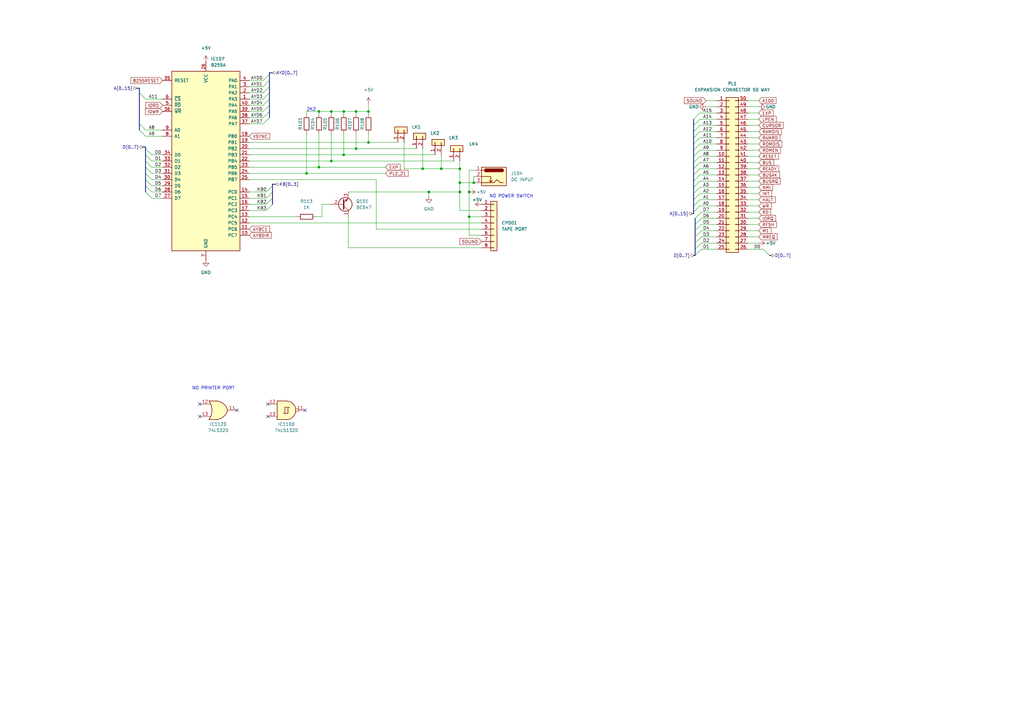
<source format=kicad_sch>
(kicad_sch (version 20211123) (generator eeschema)
  (paper "A3")
  (lib_symbols
    (symbol "74xx:74LS132" (pin_names (offset 1.016))
      (property "Reference" "U" (at 0 1.27 0))
      (property "Value" "74LS132" (at 0 -1.27 0))
      (symbol "74LS132_1_1"
        (pin input line (at -7.62 2.54 0) (length 3.81) (name "~") (number "1"))
        (pin input line (at -7.62 -2.54 0) (length 3.81) (name "~") (number "2"))
        (pin output inverted (at 7.62 0 180) (length 3.81) (name "~") (number "3"))
      )
      (symbol "74LS132_1_2"
        (pin input inverted (at -7.62 2.54 0) (length 4.318) (name "~") (number "1"))
        (pin input inverted (at -7.62 -2.54 0) (length 4.318) (name "~") (number "2"))
        (pin output line (at 7.62 0 180) (length 3.81) (name "~") (number "3"))
      )
      (symbol "74LS132_2_1"
        (pin input line (at -7.62 2.54 0) (length 3.81) (name "~") (number "4"))
        (pin input line (at -7.62 -2.54 0) (length 3.81) (name "~") (number "5"))
        (pin output inverted (at 7.62 0 180) (length 3.81) (name "~") (number "6"))
      )
      (symbol "74LS132_2_2"
        (pin input inverted (at -7.62 2.54 0) (length 4.318) (name "~") (number "4"))
        (pin input inverted (at -7.62 -2.54 0) (length 4.318) (name "~") (number "5"))
        (pin output line (at 7.62 0 180) (length 3.81) (name "~") (number "6"))
      )
      (symbol "74LS132_3_1"
        (pin input line (at -7.62 -2.54 0) (length 3.81) (name "~") (number "10"))
        (pin output inverted (at 7.62 0 180) (length 3.81) (name "~") (number "8"))
        (pin input line (at -7.62 2.54 0) (length 3.81) (name "~") (number "9"))
      )
      (symbol "74LS132_3_2"
        (pin input inverted (at -7.62 -2.54 0) (length 4.318) (name "~") (number "10"))
        (pin output line (at 7.62 0 180) (length 3.81) (name "~") (number "8"))
        (pin input inverted (at -7.62 2.54 0) (length 4.318) (name "~") (number "9"))
      )
      (symbol "74LS132_4_1"
        (pin output inverted (at 7.62 0 180) (length 3.81) (name "~") (number "11"))
        (pin input line (at -7.62 2.54 0) (length 3.81) (name "~") (number "12"))
        (pin input line (at -7.62 -2.54 0) (length 3.81) (name "~") (number "13"))
      )
      (symbol "74LS132_4_2"
        (pin output line (at 7.62 0 180) (length 3.81) (name "~") (number "11"))
        (pin input inverted (at -7.62 2.54 0) (length 4.318) (name "~") (number "12"))
        (pin input inverted (at -7.62 -2.54 0) (length 4.318) (name "~") (number "13"))
      )
      (symbol "74LS132_5_0"
        (pin power_in line (at 0 12.7 270) (length 5.08) (name "VCC") (number "14"))
        (pin power_in line (at 0 -12.7 90) (length 5.08) (name "GND") (number "7"))
      )
    )
    (symbol "74xx:74LS32" (pin_names (offset 1.016))
      (property "Reference" "U" (at 0 1.27 0))
      (property "Value" "74LS32" (at 0 -1.27 0))
      (symbol "74LS32_1_1"
        (pin input line (at -7.62 2.54 0) (length 4.318) (name "~") (number "1"))
        (pin input line (at -7.62 -2.54 0) (length 4.318) (name "~") (number "2"))
        (pin output line (at 7.62 0 180) (length 3.81) (name "~") (number "3"))
      )
      (symbol "74LS32_1_2"
        (pin input inverted (at -7.62 2.54 0) (length 3.81) (name "~") (number "1"))
        (pin input inverted (at -7.62 -2.54 0) (length 3.81) (name "~") (number "2"))
        (pin output inverted (at 7.62 0 180) (length 3.81) (name "~") (number "3"))
      )
      (symbol "74LS32_2_1"
        (pin input line (at -7.62 2.54 0) (length 4.318) (name "~") (number "4"))
        (pin input line (at -7.62 -2.54 0) (length 4.318) (name "~") (number "5"))
        (pin output line (at 7.62 0 180) (length 3.81) (name "~") (number "6"))
      )
      (symbol "74LS32_2_2"
        (pin input inverted (at -7.62 2.54 0) (length 3.81) (name "~") (number "4"))
        (pin input inverted (at -7.62 -2.54 0) (length 3.81) (name "~") (number "5"))
        (pin output inverted (at 7.62 0 180) (length 3.81) (name "~") (number "6"))
      )
      (symbol "74LS32_3_1"
        (pin input line (at -7.62 -2.54 0) (length 4.318) (name "~") (number "10"))
        (pin output line (at 7.62 0 180) (length 3.81) (name "~") (number "8"))
        (pin input line (at -7.62 2.54 0) (length 4.318) (name "~") (number "9"))
      )
      (symbol "74LS32_3_2"
        (pin input inverted (at -7.62 -2.54 0) (length 3.81) (name "~") (number "10"))
        (pin output inverted (at 7.62 0 180) (length 3.81) (name "~") (number "8"))
        (pin input inverted (at -7.62 2.54 0) (length 3.81) (name "~") (number "9"))
      )
      (symbol "74LS32_4_1"
        (pin output line (at 7.62 0 180) (length 3.81) (name "~") (number "11"))
        (pin input line (at -7.62 2.54 0) (length 4.318) (name "~") (number "12"))
        (pin input line (at -7.62 -2.54 0) (length 4.318) (name "~") (number "13"))
      )
      (symbol "74LS32_4_2"
        (pin output inverted (at 7.62 0 180) (length 3.81) (name "~") (number "11"))
        (pin input inverted (at -7.62 2.54 0) (length 3.81) (name "~") (number "12"))
        (pin input inverted (at -7.62 -2.54 0) (length 3.81) (name "~") (number "13"))
      )
      (symbol "74LS32_5_0"
        (pin power_in line (at 0 12.7 270) (length 5.08) (name "VCC") (number "14"))
        (pin power_in line (at 0 -12.7 90) (length 5.08) (name "GND") (number "7"))
      )
    )
    (symbol "Connector:Barrel_Jack_Switch_Pin3Ring" (pin_names hide)
      (property "Reference" "J" (at 0 5.334 0))
      (property "Value" "Barrel_Jack_Switch_Pin3Ring" (at 0 -5.08 0))
      (symbol "Barrel_Jack_Switch_Pin3Ring_1_1"
        (pin passive line (at 7.62 2.54 180) (length 2.54) (name "~") (number "1"))
        (pin passive line (at 7.62 0 180) (length 2.54) (name "~") (number "2"))
        (pin passive line (at 7.62 -2.54 180) (length 2.54) (name "~") (number "3"))
      )
    )
    (symbol "Connector_Generic:Conn_01x02" (pin_names (offset 1.016) hide)
      (property "Reference" "J" (at 0 2.54 0))
      (property "Value" "Conn_01x02" (at 0 -5.08 0))
      (symbol "Conn_01x02_1_1"
        (pin passive line (at -5.08 0 0) (length 3.81) (name "Pin_1") (number "1"))
        (pin passive line (at -5.08 -2.54 0) (length 3.81) (name "Pin_2") (number "2"))
      )
    )
    (symbol "Connector_Generic:Conn_01x08" (pin_names (offset 1.016) hide)
      (property "Reference" "J" (at 0 10.16 0))
      (property "Value" "Conn_01x08" (at 0 -12.7 0))
      (symbol "Conn_01x08_1_1"
        (pin passive line (at -5.08 7.62 0) (length 3.81) (name "Pin_1") (number "1"))
        (pin passive line (at -5.08 5.08 0) (length 3.81) (name "Pin_2") (number "2"))
        (pin passive line (at -5.08 2.54 0) (length 3.81) (name "Pin_3") (number "3"))
        (pin passive line (at -5.08 0 0) (length 3.81) (name "Pin_4") (number "4"))
        (pin passive line (at -5.08 -2.54 0) (length 3.81) (name "Pin_5") (number "5"))
        (pin passive line (at -5.08 -5.08 0) (length 3.81) (name "Pin_6") (number "6"))
        (pin passive line (at -5.08 -7.62 0) (length 3.81) (name "Pin_7") (number "7"))
        (pin passive line (at -5.08 -10.16 0) (length 3.81) (name "Pin_8") (number "8"))
      )
    )
    (symbol "Connector_Generic:Conn_02x25_Counter_Clockwise" (pin_names (offset 1.016) hide)
      (property "Reference" "J" (at 1.27 33.02 0))
      (property "Value" "Conn_02x25_Counter_Clockwise" (at 1.27 -33.02 0))
      (symbol "Conn_02x25_Counter_Clockwise_1_1"
        (pin passive line (at -5.08 30.48 0) (length 3.81) (name "Pin_1") (number "1"))
        (pin passive line (at -5.08 7.62 0) (length 3.81) (name "Pin_10") (number "10"))
        (pin passive line (at -5.08 5.08 0) (length 3.81) (name "Pin_11") (number "11"))
        (pin passive line (at -5.08 2.54 0) (length 3.81) (name "Pin_12") (number "12"))
        (pin passive line (at -5.08 0 0) (length 3.81) (name "Pin_13") (number "13"))
        (pin passive line (at -5.08 -2.54 0) (length 3.81) (name "Pin_14") (number "14"))
        (pin passive line (at -5.08 -5.08 0) (length 3.81) (name "Pin_15") (number "15"))
        (pin passive line (at -5.08 -7.62 0) (length 3.81) (name "Pin_16") (number "16"))
        (pin passive line (at -5.08 -10.16 0) (length 3.81) (name "Pin_17") (number "17"))
        (pin passive line (at -5.08 -12.7 0) (length 3.81) (name "Pin_18") (number "18"))
        (pin passive line (at -5.08 -15.24 0) (length 3.81) (name "Pin_19") (number "19"))
        (pin passive line (at -5.08 27.94 0) (length 3.81) (name "Pin_2") (number "2"))
        (pin passive line (at -5.08 -17.78 0) (length 3.81) (name "Pin_20") (number "20"))
        (pin passive line (at -5.08 -20.32 0) (length 3.81) (name "Pin_21") (number "21"))
        (pin passive line (at -5.08 -22.86 0) (length 3.81) (name "Pin_22") (number "22"))
        (pin passive line (at -5.08 -25.4 0) (length 3.81) (name "Pin_23") (number "23"))
        (pin passive line (at -5.08 -27.94 0) (length 3.81) (name "Pin_24") (number "24"))
        (pin passive line (at -5.08 -30.48 0) (length 3.81) (name "Pin_25") (number "25"))
        (pin passive line (at 7.62 -30.48 180) (length 3.81) (name "Pin_26") (number "26"))
        (pin passive line (at 7.62 -27.94 180) (length 3.81) (name "Pin_27") (number "27"))
        (pin passive line (at 7.62 -25.4 180) (length 3.81) (name "Pin_28") (number "28"))
        (pin passive line (at 7.62 -22.86 180) (length 3.81) (name "Pin_29") (number "29"))
        (pin passive line (at -5.08 25.4 0) (length 3.81) (name "Pin_3") (number "3"))
        (pin passive line (at 7.62 -20.32 180) (length 3.81) (name "Pin_30") (number "30"))
        (pin passive line (at 7.62 -17.78 180) (length 3.81) (name "Pin_31") (number "31"))
        (pin passive line (at 7.62 -15.24 180) (length 3.81) (name "Pin_32") (number "32"))
        (pin passive line (at 7.62 -12.7 180) (length 3.81) (name "Pin_33") (number "33"))
        (pin passive line (at 7.62 -10.16 180) (length 3.81) (name "Pin_34") (number "34"))
        (pin passive line (at 7.62 -7.62 180) (length 3.81) (name "Pin_35") (number "35"))
        (pin passive line (at 7.62 -5.08 180) (length 3.81) (name "Pin_36") (number "36"))
        (pin passive line (at 7.62 -2.54 180) (length 3.81) (name "Pin_37") (number "37"))
        (pin passive line (at 7.62 0 180) (length 3.81) (name "Pin_38") (number "38"))
        (pin passive line (at 7.62 2.54 180) (length 3.81) (name "Pin_39") (number "39"))
        (pin passive line (at -5.08 22.86 0) (length 3.81) (name "Pin_4") (number "4"))
        (pin passive line (at 7.62 5.08 180) (length 3.81) (name "Pin_40") (number "40"))
        (pin passive line (at 7.62 7.62 180) (length 3.81) (name "Pin_41") (number "41"))
        (pin passive line (at 7.62 10.16 180) (length 3.81) (name "Pin_42") (number "42"))
        (pin passive line (at 7.62 12.7 180) (length 3.81) (name "Pin_43") (number "43"))
        (pin passive line (at 7.62 15.24 180) (length 3.81) (name "Pin_44") (number "44"))
        (pin passive line (at 7.62 17.78 180) (length 3.81) (name "Pin_45") (number "45"))
        (pin passive line (at 7.62 20.32 180) (length 3.81) (name "Pin_46") (number "46"))
        (pin passive line (at 7.62 22.86 180) (length 3.81) (name "Pin_47") (number "47"))
        (pin passive line (at 7.62 25.4 180) (length 3.81) (name "Pin_48") (number "48"))
        (pin passive line (at 7.62 27.94 180) (length 3.81) (name "Pin_49") (number "49"))
        (pin passive line (at -5.08 20.32 0) (length 3.81) (name "Pin_5") (number "5"))
        (pin passive line (at 7.62 30.48 180) (length 3.81) (name "Pin_50") (number "50"))
        (pin passive line (at -5.08 17.78 0) (length 3.81) (name "Pin_6") (number "6"))
        (pin passive line (at -5.08 15.24 0) (length 3.81) (name "Pin_7") (number "7"))
        (pin passive line (at -5.08 12.7 0) (length 3.81) (name "Pin_8") (number "8"))
        (pin passive line (at -5.08 10.16 0) (length 3.81) (name "Pin_9") (number "9"))
      )
    )
    (symbol "Device:R" (pin_numbers hide) (pin_names (offset 0))
      (property "Reference" "R" (at 2.032 0 90))
      (property "Value" "R" (at 0 0 90))
      (symbol "R_1_1"
        (pin passive line (at 0 3.81 270) (length 1.27) (name "~") (number "1"))
        (pin passive line (at 0 -3.81 90) (length 1.27) (name "~") (number "2"))
      )
    )
    (symbol "Interface:8255A" (pin_names (offset 1.016))
      (property "Reference" "U" (at -13.97 38.1 0))
      (property "Value" "8255A" (at 8.89 38.1 0))
      (symbol "8255A_1_1"
        (pin bidirectional line (at 17.78 25.4 180) (length 3.81) (name "PA3") (number "1"))
        (pin bidirectional line (at 17.78 -30.48 180) (length 3.81) (name "PC7") (number "10"))
        (pin bidirectional line (at 17.78 -27.94 180) (length 3.81) (name "PC6") (number "11"))
        (pin bidirectional line (at 17.78 -25.4 180) (length 3.81) (name "PC5") (number "12"))
        (pin bidirectional line (at 17.78 -22.86 180) (length 3.81) (name "PC4") (number "13"))
        (pin bidirectional line (at 17.78 -12.7 180) (length 3.81) (name "PC0") (number "14"))
        (pin bidirectional line (at 17.78 -15.24 180) (length 3.81) (name "PC1") (number "15"))
        (pin bidirectional line (at 17.78 -17.78 180) (length 3.81) (name "PC2") (number "16"))
        (pin bidirectional line (at 17.78 -20.32 180) (length 3.81) (name "PC3") (number "17"))
        (pin bidirectional line (at 17.78 10.16 180) (length 3.81) (name "PB0") (number "18"))
        (pin bidirectional line (at 17.78 7.62 180) (length 3.81) (name "PB1") (number "19"))
        (pin bidirectional line (at 17.78 27.94 180) (length 3.81) (name "PA2") (number "2"))
        (pin bidirectional line (at 17.78 5.08 180) (length 3.81) (name "PB2") (number "20"))
        (pin bidirectional line (at 17.78 2.54 180) (length 3.81) (name "PB3") (number "21"))
        (pin bidirectional line (at 17.78 0 180) (length 3.81) (name "PB4") (number "22"))
        (pin bidirectional line (at 17.78 -2.54 180) (length 3.81) (name "PB5") (number "23"))
        (pin bidirectional line (at 17.78 -5.08 180) (length 3.81) (name "PB6") (number "24"))
        (pin bidirectional line (at 17.78 -7.62 180) (length 3.81) (name "PB7") (number "25"))
        (pin power_in line (at 0 40.64 270) (length 3.81) (name "VCC") (number "26"))
        (pin bidirectional line (at -17.78 -15.24 0) (length 3.81) (name "D7") (number "27"))
        (pin bidirectional line (at -17.78 -12.7 0) (length 3.81) (name "D6") (number "28"))
        (pin bidirectional line (at -17.78 -10.16 0) (length 3.81) (name "D5") (number "29"))
        (pin bidirectional line (at 17.78 30.48 180) (length 3.81) (name "PA1") (number "3"))
        (pin bidirectional line (at -17.78 -7.62 0) (length 3.81) (name "D4") (number "30"))
        (pin bidirectional line (at -17.78 -5.08 0) (length 3.81) (name "D3") (number "31"))
        (pin bidirectional line (at -17.78 -2.54 0) (length 3.81) (name "D2") (number "32"))
        (pin bidirectional line (at -17.78 0 0) (length 3.81) (name "D1") (number "33"))
        (pin bidirectional line (at -17.78 2.54 0) (length 3.81) (name "D0") (number "34"))
        (pin input line (at -17.78 33.02 0) (length 3.81) (name "RESET") (number "35"))
        (pin input line (at -17.78 20.32 0) (length 3.81) (name "~{WR}") (number "36"))
        (pin bidirectional line (at 17.78 15.24 180) (length 3.81) (name "PA7") (number "37"))
        (pin bidirectional line (at 17.78 17.78 180) (length 3.81) (name "PA6") (number "38"))
        (pin bidirectional line (at 17.78 20.32 180) (length 3.81) (name "PA5") (number "39"))
        (pin bidirectional line (at 17.78 33.02 180) (length 3.81) (name "PA0") (number "4"))
        (pin bidirectional line (at 17.78 22.86 180) (length 3.81) (name "PA4") (number "40"))
        (pin input line (at -17.78 22.86 0) (length 3.81) (name "~{RD}") (number "5"))
        (pin input line (at -17.78 25.4 0) (length 3.81) (name "~{CS}") (number "6"))
        (pin power_in line (at 0 -40.64 90) (length 3.81) (name "GND") (number "7"))
        (pin input line (at -17.78 10.16 0) (length 3.81) (name "A1") (number "8"))
        (pin input line (at -17.78 12.7 0) (length 3.81) (name "A0") (number "9"))
      )
    )
    (symbol "Transistor_BJT:BC547" (pin_names (offset 0) hide)
      (property "Reference" "Q" (at 5.08 1.905 0))
      (property "Value" "BC547" (at 5.08 0 0))
      (symbol "BC547_1_1"
        (pin passive line (at 2.54 5.08 270) (length 2.54) (name "C") (number "1"))
        (pin input line (at -5.08 0 0) (length 5.08) (name "B") (number "2"))
        (pin passive line (at 2.54 -5.08 90) (length 2.54) (name "E") (number "3"))
      )
    )
    (symbol "power:+5V" (power) (pin_names (offset 0))
      (property "Value" "+5V" (at 0 3.556 0))
      (symbol "+5V_1_1"
        (pin power_in line (at 0 0 90) (length 0) hide (name "+5V") (number "1"))
      )
    )
    (symbol "power:GND" (power) (pin_names (offset 0))
      (property "Value" "GND" (at 0 -3.81 0))
      (symbol "GND_1_1"
        (pin power_in line (at 0 0 270) (length 0) hide (name "GND") (number "1"))
      )
    )
  )
  (junction (at 125.73 71.12))
  (junction (at 151.13 45.72))
  (junction (at 130.81 45.72))
  (junction (at 146.05 45.72))
  (junction (at 192.405 78.74))
  (junction (at 192.405 88.9))
  (junction (at 173.355 69.215))
  (junction (at 188.595 74.93))
  (junction (at 194.31 74.93))
  (junction (at 140.97 63.5))
  (junction (at 188.595 69.215))
  (junction (at 140.97 45.72))
  (junction (at 135.89 45.72))
  (junction (at 175.895 78.74))
  (junction (at 146.05 60.96))
  (junction (at 188.595 78.74))
  (junction (at 135.89 66.04))
  (junction (at 180.975 69.215))
  (junction (at 151.13 58.42))
  (junction (at 130.81 68.58))
  (no_connect (at 109.855 170.815))
  (no_connect (at 109.855 165.735))
  (no_connect (at 125.095 168.275))
  (no_connect (at 81.915 165.735))
  (no_connect (at 81.915 170.815))
  (no_connect (at 97.155 168.275))
  (bus_entry (at 107.95 38.1) (size 2.54 -2.54))
  (bus_entry (at 107.95 43.18) (size 2.54 -2.54))
  (bus_entry (at 285.115 92.075) (size 2.54 -2.54))
  (bus_entry (at 284.48 56.515) (size 2.54 -2.54))
  (bus_entry (at 59.69 73.66) (size 2.54 2.54))
  (bus_entry (at 285.115 89.535) (size 2.54 -2.54))
  (bus_entry (at 284.48 48.895) (size 2.54 -2.54))
  (bus_entry (at 57.15 50.8) (size 2.54 2.54))
  (bus_entry (at 107.95 50.8) (size 2.54 -2.54))
  (bus_entry (at 107.95 45.72) (size 2.54 -2.54))
  (bus_entry (at 59.69 66.04) (size 2.54 2.54))
  (bus_entry (at 284.48 84.455) (size 2.54 -2.54))
  (bus_entry (at 284.48 61.595) (size 2.54 -2.54))
  (bus_entry (at 284.48 74.295) (size 2.54 -2.54))
  (bus_entry (at 59.69 68.58) (size 2.54 2.54))
  (bus_entry (at 107.95 35.56) (size 2.54 -2.54))
  (bus_entry (at 59.69 76.2) (size 2.54 2.54))
  (bus_entry (at 57.15 53.34) (size 2.54 2.54))
  (bus_entry (at 59.69 63.5) (size 2.54 2.54))
  (bus_entry (at 284.48 81.915) (size 2.54 -2.54))
  (bus_entry (at 109.22 86.36) (size 2.54 -2.54))
  (bus_entry (at 109.22 78.74) (size 2.54 -2.54))
  (bus_entry (at 284.48 64.135) (size 2.54 -2.54))
  (bus_entry (at 284.48 59.055) (size 2.54 -2.54))
  (bus_entry (at 284.48 79.375) (size 2.54 -2.54))
  (bus_entry (at 285.115 97.155) (size 2.54 -2.54))
  (bus_entry (at 107.95 33.02) (size 2.54 -2.54))
  (bus_entry (at 57.15 38.1) (size 2.54 2.54))
  (bus_entry (at 285.115 102.235) (size 2.54 -2.54))
  (bus_entry (at 284.48 86.995) (size 2.54 -2.54))
  (bus_entry (at 284.48 51.435) (size 2.54 -2.54))
  (bus_entry (at 284.48 53.975) (size 2.54 -2.54))
  (bus_entry (at 107.95 48.26) (size 2.54 -2.54))
  (bus_entry (at 284.48 76.835) (size 2.54 -2.54))
  (bus_entry (at 285.115 99.695) (size 2.54 -2.54))
  (bus_entry (at 284.48 66.675) (size 2.54 -2.54))
  (bus_entry (at 59.69 60.96) (size 2.54 2.54))
  (bus_entry (at 285.115 94.615) (size 2.54 -2.54))
  (bus_entry (at 284.48 71.755) (size 2.54 -2.54))
  (bus_entry (at 59.69 71.12) (size 2.54 2.54))
  (bus_entry (at 285.115 104.775) (size 2.54 -2.54))
  (bus_entry (at 284.48 69.215) (size 2.54 -2.54))
  (bus_entry (at 107.95 40.64) (size 2.54 -2.54))
  (bus_entry (at 59.69 78.74) (size 2.54 2.54))
  (bus_entry (at 109.22 83.82) (size 2.54 -2.54))
  (bus_entry (at 109.22 81.28) (size 2.54 -2.54))
  (bus_entry (at 313.055 102.235) (size 2.54 2.54))
  (wire (pts (xy 62.23 76.2) (xy 66.675 76.2)))
  (wire (pts (xy 135.89 45.72) (xy 140.97 45.72)))
  (wire (pts (xy 287.655 97.155) (xy 294.005 97.155)))
  (wire (pts (xy 188.595 74.93) (xy 194.31 74.93)))
  (wire (pts (xy 306.705 86.995) (xy 311.15 86.995)))
  (wire (pts (xy 140.97 45.72) (xy 140.97 46.99)))
  (wire (pts (xy 306.705 94.615) (xy 311.15 94.615)))
  (bus (pts (xy 113.03 75.565) (xy 111.76 75.565)))
  (wire (pts (xy 130.81 54.61) (xy 130.81 68.58)))
  (wire (pts (xy 287.655 102.235) (xy 294.005 102.235)))
  (wire (pts (xy 287.02 66.675) (xy 294.005 66.675)))
  (wire (pts (xy 287.02 76.835) (xy 294.005 76.835)))
  (wire (pts (xy 102.235 63.5) (xy 140.97 63.5)))
  (wire (pts (xy 287.02 84.455) (xy 294.005 84.455)))
  (wire (pts (xy 287.02 51.435) (xy 294.005 51.435)))
  (bus (pts (xy 110.49 33.02) (xy 110.49 35.56)))
  (wire (pts (xy 102.235 60.96) (xy 146.05 60.96)))
  (wire (pts (xy 306.705 92.075) (xy 311.15 92.075)))
  (wire (pts (xy 306.705 61.595) (xy 311.15 61.595)))
  (bus (pts (xy 57.15 38.1) (xy 57.15 50.8)))
  (wire (pts (xy 287.02 71.755) (xy 294.005 71.755)))
  (wire (pts (xy 306.705 69.215) (xy 311.15 69.215)))
  (wire (pts (xy 102.235 43.18) (xy 107.95 43.18)))
  (bus (pts (xy 285.115 99.695) (xy 285.115 102.235)))
  (bus (pts (xy 284.48 51.435) (xy 284.48 53.975)))
  (bus (pts (xy 316.23 104.775) (xy 315.595 104.775)))
  (wire (pts (xy 102.235 78.74) (xy 109.22 78.74)))
  (bus (pts (xy 59.69 76.2) (xy 59.69 78.74)))
  (wire (pts (xy 306.705 53.975) (xy 311.15 53.975)))
  (wire (pts (xy 188.595 86.36) (xy 188.595 78.74)))
  (wire (pts (xy 102.235 66.04) (xy 135.89 66.04)))
  (wire (pts (xy 62.23 78.74) (xy 66.675 78.74)))
  (wire (pts (xy 130.81 68.58) (xy 158.115 68.58)))
  (bus (pts (xy 284.48 86.995) (xy 284.48 87.63)))
  (bus (pts (xy 285.115 102.235) (xy 285.115 104.775)))
  (wire (pts (xy 62.23 73.66) (xy 66.675 73.66)))
  (wire (pts (xy 102.235 33.02) (xy 107.95 33.02)))
  (wire (pts (xy 132.08 83.82) (xy 135.255 83.82)))
  (wire (pts (xy 146.05 45.72) (xy 146.05 46.99)))
  (wire (pts (xy 194.31 72.39) (xy 194.31 74.93)))
  (wire (pts (xy 306.705 74.295) (xy 311.15 74.295)))
  (wire (pts (xy 102.235 91.44) (xy 197.485 91.44)))
  (wire (pts (xy 102.235 40.64) (xy 107.95 40.64)))
  (wire (pts (xy 146.05 45.72) (xy 151.13 45.72)))
  (bus (pts (xy 59.69 60.325) (xy 59.69 60.96)))
  (wire (pts (xy 102.235 81.28) (xy 109.22 81.28)))
  (wire (pts (xy 125.73 54.61) (xy 125.73 71.12)))
  (wire (pts (xy 287.02 48.895) (xy 294.005 48.895)))
  (wire (pts (xy 306.705 41.275) (xy 311.15 41.275)))
  (bus (pts (xy 284.48 74.295) (xy 284.48 76.835)))
  (wire (pts (xy 175.895 78.74) (xy 175.895 80.645)))
  (wire (pts (xy 192.405 69.85) (xy 192.405 78.74)))
  (wire (pts (xy 197.485 93.98) (xy 154.305 93.98)))
  (bus (pts (xy 284.48 81.915) (xy 284.48 84.455)))
  (bus (pts (xy 285.115 94.615) (xy 285.115 97.155)))
  (wire (pts (xy 165.735 69.215) (xy 165.735 58.42)))
  (wire (pts (xy 287.02 79.375) (xy 294.005 79.375)))
  (wire (pts (xy 135.89 45.72) (xy 135.89 46.99)))
  (wire (pts (xy 194.945 72.39) (xy 194.31 72.39)))
  (bus (pts (xy 57.15 50.8) (xy 57.15 53.34)))
  (bus (pts (xy 284.48 71.755) (xy 284.48 74.295)))
  (wire (pts (xy 188.595 69.215) (xy 188.595 66.04)))
  (bus (pts (xy 284.48 79.375) (xy 284.48 81.915)))
  (wire (pts (xy 194.945 69.85) (xy 192.405 69.85)))
  (wire (pts (xy 306.705 51.435) (xy 311.15 51.435)))
  (wire (pts (xy 130.81 45.72) (xy 135.89 45.72)))
  (wire (pts (xy 192.405 88.9) (xy 197.485 88.9)))
  (bus (pts (xy 59.69 63.5) (xy 59.69 66.04)))
  (bus (pts (xy 284.48 66.675) (xy 284.48 69.215)))
  (wire (pts (xy 194.31 74.93) (xy 194.945 74.93)))
  (wire (pts (xy 306.705 71.755) (xy 311.15 71.755)))
  (wire (pts (xy 306.705 48.895) (xy 311.15 48.895)))
  (wire (pts (xy 306.705 59.055) (xy 311.15 59.055)))
  (wire (pts (xy 306.705 89.535) (xy 311.15 89.535)))
  (wire (pts (xy 306.705 64.135) (xy 311.15 64.135)))
  (wire (pts (xy 306.705 99.695) (xy 311.15 99.695)))
  (bus (pts (xy 57.15 36.195) (xy 57.15 38.1)))
  (wire (pts (xy 154.305 73.66) (xy 102.235 73.66)))
  (wire (pts (xy 287.02 46.355) (xy 294.005 46.355)))
  (wire (pts (xy 287.655 99.695) (xy 294.005 99.695)))
  (wire (pts (xy 142.875 101.6) (xy 197.485 101.6)))
  (wire (pts (xy 146.05 60.96) (xy 170.815 60.96)))
  (wire (pts (xy 59.69 53.34) (xy 66.675 53.34)))
  (wire (pts (xy 62.23 66.04) (xy 66.675 66.04)))
  (bus (pts (xy 111.76 29.845) (xy 110.49 29.845)))
  (wire (pts (xy 125.73 71.12) (xy 158.115 71.12)))
  (wire (pts (xy 125.73 45.72) (xy 130.81 45.72)))
  (bus (pts (xy 59.69 60.96) (xy 59.69 63.5)))
  (bus (pts (xy 59.69 66.04) (xy 59.69 68.58)))
  (wire (pts (xy 151.13 45.72) (xy 151.13 42.545)))
  (bus (pts (xy 58.42 60.325) (xy 59.69 60.325)))
  (wire (pts (xy 102.235 71.12) (xy 125.73 71.12)))
  (wire (pts (xy 306.705 81.915) (xy 311.15 81.915)))
  (wire (pts (xy 146.05 54.61) (xy 146.05 60.96)))
  (bus (pts (xy 110.49 38.1) (xy 110.49 40.64)))
  (bus (pts (xy 110.49 43.18) (xy 110.49 45.72)))
  (wire (pts (xy 306.705 66.675) (xy 311.15 66.675)))
  (bus (pts (xy 111.76 78.74) (xy 111.76 81.28)))
  (wire (pts (xy 173.355 69.215) (xy 165.735 69.215)))
  (bus (pts (xy 110.49 45.72) (xy 110.49 48.26)))
  (wire (pts (xy 287.02 81.915) (xy 294.005 81.915)))
  (wire (pts (xy 142.875 88.9) (xy 142.875 101.6)))
  (wire (pts (xy 151.13 54.61) (xy 151.13 58.42)))
  (wire (pts (xy 142.875 78.74) (xy 175.895 78.74)))
  (wire (pts (xy 62.23 81.28) (xy 66.675 81.28)))
  (wire (pts (xy 135.89 66.04) (xy 186.055 66.04)))
  (wire (pts (xy 62.23 63.5) (xy 66.675 63.5)))
  (bus (pts (xy 285.115 97.155) (xy 285.115 99.695)))
  (wire (pts (xy 306.705 43.815) (xy 311.15 43.815)))
  (wire (pts (xy 188.595 78.74) (xy 188.595 74.93)))
  (wire (pts (xy 287.02 56.515) (xy 294.005 56.515)))
  (bus (pts (xy 284.48 84.455) (xy 284.48 86.995)))
  (bus (pts (xy 111.76 76.2) (xy 111.76 78.74)))
  (bus (pts (xy 284.48 53.975) (xy 284.48 56.515)))
  (wire (pts (xy 306.705 56.515) (xy 311.15 56.515)))
  (bus (pts (xy 285.115 89.535) (xy 285.115 92.075)))
  (wire (pts (xy 192.405 96.52) (xy 197.485 96.52)))
  (wire (pts (xy 102.235 86.36) (xy 109.22 86.36)))
  (wire (pts (xy 306.705 84.455) (xy 311.15 84.455)))
  (wire (pts (xy 154.305 93.98) (xy 154.305 73.66)))
  (wire (pts (xy 306.705 97.155) (xy 311.15 97.155)))
  (wire (pts (xy 188.595 69.215) (xy 180.975 69.215)))
  (wire (pts (xy 287.02 53.975) (xy 294.005 53.975)))
  (wire (pts (xy 287.02 59.055) (xy 294.005 59.055)))
  (wire (pts (xy 140.97 45.72) (xy 146.05 45.72)))
  (wire (pts (xy 62.23 68.58) (xy 66.675 68.58)))
  (bus (pts (xy 59.69 71.12) (xy 59.69 73.66)))
  (bus (pts (xy 284.48 69.215) (xy 284.48 71.755)))
  (wire (pts (xy 102.235 88.9) (xy 121.92 88.9)))
  (bus (pts (xy 285.115 92.075) (xy 285.115 94.615)))
  (wire (pts (xy 102.235 35.56) (xy 107.95 35.56)))
  (bus (pts (xy 284.48 48.895) (xy 284.48 51.435)))
  (bus (pts (xy 284.48 61.595) (xy 284.48 64.135)))
  (bus (pts (xy 284.48 64.135) (xy 284.48 66.675)))
  (bus (pts (xy 55.88 36.195) (xy 57.15 36.195)))
  (wire (pts (xy 102.235 68.58) (xy 130.81 68.58)))
  (wire (pts (xy 62.23 71.12) (xy 66.675 71.12)))
  (wire (pts (xy 287.655 92.075) (xy 294.005 92.075)))
  (wire (pts (xy 173.355 69.215) (xy 173.355 60.96)))
  (wire (pts (xy 130.81 45.72) (xy 130.81 46.99)))
  (wire (pts (xy 188.595 74.93) (xy 188.595 69.215)))
  (bus (pts (xy 110.49 30.48) (xy 110.49 33.02)))
  (wire (pts (xy 135.89 54.61) (xy 135.89 66.04)))
  (wire (pts (xy 102.235 83.82) (xy 109.22 83.82)))
  (bus (pts (xy 110.49 40.64) (xy 110.49 43.18)))
  (wire (pts (xy 151.13 45.72) (xy 151.13 46.99)))
  (bus (pts (xy 111.76 81.28) (xy 111.76 83.82)))
  (wire (pts (xy 289.56 41.275) (xy 294.005 41.275)))
  (wire (pts (xy 102.235 50.8) (xy 107.95 50.8)))
  (wire (pts (xy 306.705 102.235) (xy 313.055 102.235)))
  (wire (pts (xy 287.655 86.995) (xy 294.005 86.995)))
  (wire (pts (xy 287.02 61.595) (xy 294.005 61.595)))
  (bus (pts (xy 284.48 76.835) (xy 284.48 79.375)))
  (wire (pts (xy 102.235 48.26) (xy 107.95 48.26)))
  (bus (pts (xy 59.69 73.66) (xy 59.69 76.2)))
  (wire (pts (xy 306.705 79.375) (xy 311.15 79.375)))
  (wire (pts (xy 289.56 43.815) (xy 294.005 43.815)))
  (wire (pts (xy 175.895 78.74) (xy 188.595 78.74)))
  (bus (pts (xy 59.69 68.58) (xy 59.69 71.12)))
  (wire (pts (xy 192.405 78.74) (xy 192.405 88.9)))
  (wire (pts (xy 287.655 94.615) (xy 294.005 94.615)))
  (bus (pts (xy 284.48 104.775) (xy 285.115 104.775)))
  (wire (pts (xy 197.485 86.36) (xy 188.595 86.36)))
  (wire (pts (xy 180.975 69.215) (xy 173.355 69.215)))
  (bus (pts (xy 283.845 87.63) (xy 284.48 87.63)))
  (wire (pts (xy 129.54 88.9) (xy 132.08 88.9)))
  (wire (pts (xy 306.705 76.835) (xy 311.15 76.835)))
  (wire (pts (xy 287.02 74.295) (xy 294.005 74.295)))
  (bus (pts (xy 111.76 75.565) (xy 111.76 76.2)))
  (bus (pts (xy 110.49 35.56) (xy 110.49 38.1)))
  (wire (pts (xy 140.97 63.5) (xy 178.435 63.5)))
  (wire (pts (xy 102.235 45.72) (xy 107.95 45.72)))
  (wire (pts (xy 287.655 89.535) (xy 294.005 89.535)))
  (bus (pts (xy 110.49 29.845) (xy 110.49 30.48)))
  (bus (pts (xy 284.48 59.055) (xy 284.48 61.595)))
  (wire (pts (xy 132.08 88.9) (xy 132.08 83.82)))
  (bus (pts (xy 284.48 56.515) (xy 284.48 59.055)))
  (wire (pts (xy 192.405 88.9) (xy 192.405 96.52)))
  (wire (pts (xy 287.02 64.135) (xy 294.005 64.135)))
  (wire (pts (xy 59.69 55.88) (xy 66.675 55.88)))
  (wire (pts (xy 287.02 69.215) (xy 294.005 69.215)))
  (wire (pts (xy 125.73 46.99) (xy 125.73 45.72)))
  (wire (pts (xy 102.235 58.42) (xy 151.13 58.42)))
  (wire (pts (xy 102.235 38.1) (xy 107.95 38.1)))
  (wire (pts (xy 140.97 54.61) (xy 140.97 63.5)))
  (wire (pts (xy 151.13 58.42) (xy 163.195 58.42)))
  (wire (pts (xy 180.975 69.215) (xy 180.975 63.5)))
  (wire (pts (xy 59.69 40.64) (xy 66.675 40.64)))
  (wire (pts (xy 306.705 46.355) (xy 311.15 46.355)))
  (text "2K2" (at 125.73 45.72 0) (effects (font (size 1.27 1.27)) (justify left bottom)))
  (text "NO POWER SWITCH" (at 200.66 81.28 0) (effects (font (size 1.27 1.27)) (justify left bottom)))
  (text "NO PRINTER PORT" (at 78.74 160.02 0) (effects (font (size 1.27 1.27)) (justify left bottom)))
  (label "D0" (at 63.5 63.5 0))
  (label "A9" (at 288.29 61.595 0))
  (label "D6" (at 63.5 78.74 0))
  (label "A2" (at 288.29 79.375 0))
  (label "AYD0" (at 102.87 33.02 0))
  (label "A11" (at 60.96 40.64 0))
  (label "D7" (at 288.29 86.995 0))
  (label "KB0" (at 105.41 78.74 0))
  (label "A11" (at 288.29 56.515 0))
  (label "AYD6" (at 102.87 48.26 0))
  (label "A14" (at 288.29 48.895 0))
  (label "A8" (at 60.96 53.34 0))
  (label "A10" (at 288.29 59.055 0))
  (label "D2" (at 288.29 99.695 0))
  (label "A8" (at 288.29 64.135 0))
  (label "D4" (at 288.29 94.615 0))
  (label "AYD5" (at 102.87 45.72 0))
  (label "D1" (at 288.29 102.235 0))
  (label "D7" (at 63.5 81.28 0))
  (label "AYD2" (at 102.87 38.1 0))
  (label "A1" (at 288.29 81.915 0))
  (label "A15" (at 288.29 46.355 0))
  (label "AYD3" (at 102.87 40.64 0))
  (label "D4" (at 63.5 73.66 0))
  (label "A3" (at 288.29 76.835 0))
  (label "D2" (at 63.5 68.58 0))
  (label "AYD4" (at 102.87 43.18 0))
  (label "D0" (at 309.245 102.235 0))
  (label "A0" (at 288.29 84.455 0))
  (label "D1" (at 63.5 66.04 0))
  (label "A12" (at 288.29 53.975 0))
  (label "AYD1" (at 102.87 35.56 0))
  (label "D3" (at 288.29 97.155 0))
  (label "A9" (at 60.96 55.88 0))
  (label "D3" (at 63.5 71.12 0))
  (label "D5" (at 288.29 92.075 0))
  (label "D6" (at 288.29 89.535 0))
  (label "KB3" (at 105.41 86.36 0))
  (label "A7" (at 288.29 66.675 0))
  (label "A13" (at 288.29 51.435 0))
  (label "A4" (at 288.29 74.295 0))
  (label "A6" (at 288.29 69.215 0))
  (label "A5" (at 288.29 71.755 0))
  (label "D5" (at 63.5 76.2 0))
  (label "AYD7" (at 102.87 50.8 0))
  (label "KB2" (at 105.41 83.82 0))
  (label "KB1" (at 105.41 81.28 0))
  (global_label "SOUND" (shape input) (at 289.56 41.275 180) (property "Intersheet References" "${INTERSHEET_REFS}" (effects hide)))
  (global_label "AYBDIR" (shape input) (at 102.235 96.52 0) (property "Intersheet References" "${INTERSHEET_REFS}" (effects hide)))
  (global_label "PL2_21" (shape input) (at 158.115 71.12 0) (property "Intersheet References" "${INTERSHEET_REFS}" (effects hide)))
  (global_label "EXP" (shape input) (at 311.15 46.355 0) (property "Intersheet References" "${INTERSHEET_REFS}" (effects hide)))
  (global_label "A100" (shape input) (at 311.15 41.275 0) (property "Intersheet References" "${INTERSHEET_REFS}" (effects hide)))
  (global_label "RFSH" (shape input) (at 311.15 92.075 0) (property "Intersheet References" "${INTERSHEET_REFS}" (effects hide)))
  (global_label "AYBC1" (shape input) (at 102.235 93.98 0) (property "Intersheet References" "${INTERSHEET_REFS}" (effects hide)))
  (global_label "MREQ" (shape input) (at 311.15 97.155 0) (property "Intersheet References" "${INTERSHEET_REFS}" (effects hide)))
  (global_label "IORD" (shape input) (at 66.675 43.18 180) (property "Intersheet References" "${INTERSHEET_REFS}" (effects hide)))
  (global_label "ROMEN" (shape input) (at 311.15 61.595 0) (property "Intersheet References" "${INTERSHEET_REFS}" (effects hide)))
  (global_label "NMI" (shape input) (at 311.15 76.835 0) (property "Intersheet References" "${INTERSHEET_REFS}" (effects hide)))
  (global_label "CURSOR" (shape input) (at 311.15 51.435 0) (property "Intersheet References" "${INTERSHEET_REFS}" (effects hide)))
  (global_label "IOWR" (shape input) (at 66.675 45.72 180) (property "Intersheet References" "${INTERSHEET_REFS}" (effects hide)))
  (global_label "READY" (shape input) (at 311.15 69.215 0) (property "Intersheet References" "${INTERSHEET_REFS}" (effects hide)))
  (global_label "RAMDIS" (shape input) (at 311.15 53.975 0) (property "Intersheet References" "${INTERSHEET_REFS}" (effects hide)))
  (global_label "M1" (shape input) (at 311.15 94.615 0) (property "Intersheet References" "${INTERSHEET_REFS}" (effects hide)))
  (global_label "IORQ" (shape input) (at 311.15 89.535 0) (property "Intersheet References" "${INTERSHEET_REFS}" (effects hide)))
  (global_label "INT" (shape input) (at 311.15 79.375 0) (property "Intersheet References" "${INTERSHEET_REFS}" (effects hide)))
  (global_label "WR" (shape input) (at 311.15 84.455 0) (property "Intersheet References" "${INTERSHEET_REFS}" (effects hide)))
  (global_label "HALT" (shape input) (at 311.15 81.915 0) (property "Intersheet References" "${INTERSHEET_REFS}" (effects hide)))
  (global_label "BUSAK" (shape input) (at 311.15 71.755 0) (property "Intersheet References" "${INTERSHEET_REFS}" (effects hide)))
  (global_label "EXP" (shape input) (at 158.115 68.58 0) (property "Intersheet References" "${INTERSHEET_REFS}" (effects hide)))
  (global_label "RESET" (shape input) (at 311.15 64.135 0) (property "Intersheet References" "${INTERSHEET_REFS}" (effects hide)))
  (global_label "SOUND" (shape input) (at 197.485 99.06 180) (property "Intersheet References" "${INTERSHEET_REFS}" (effects hide)))
  (global_label "RD" (shape input) (at 311.15 86.995 0) (property "Intersheet References" "${INTERSHEET_REFS}" (effects hide)))
  (global_label "LPEN" (shape input) (at 311.15 48.895 0) (property "Intersheet References" "${INTERSHEET_REFS}" (effects hide)))
  (global_label "8255RESET" (shape input) (at 66.675 33.02 180) (property "Intersheet References" "${INTERSHEET_REFS}" (effects hide)))
  (global_label "BUSRQ" (shape input) (at 311.15 74.295 0) (property "Intersheet References" "${INTERSHEET_REFS}" (effects hide)))
  (global_label "VSYNC" (shape input) (at 102.235 55.88 0) (property "Intersheet References" "${INTERSHEET_REFS}" (effects hide)))
  (global_label "RAMRD" (shape input) (at 311.15 56.515 0) (property "Intersheet References" "${INTERSHEET_REFS}" (effects hide)))
  (global_label "BUS" (shape input) (at 311.15 66.675 0) (property "Intersheet References" "${INTERSHEET_REFS}" (effects hide)))
  (global_label "ROMDIS" (shape input) (at 311.15 59.055 0) (property "Intersheet References" "${INTERSHEET_REFS}" (effects hide)))
  (hierarchical_label "AYD[0..7]" (shape bidirectional) (at 111.76 29.845 0))
  (hierarchical_label "D[0..7]" (shape bidirectional) (at 284.48 104.775 180))
  (hierarchical_label "D[0..7]" (shape bidirectional) (at 58.42 60.325 180))
  (hierarchical_label "A[0..15]" (shape bidirectional) (at 283.845 87.63 180))
  (hierarchical_label "D[0..7]" (shape bidirectional) (at 316.23 104.775 0))
  (hierarchical_label "A[0..15]" (shape bidirectional) (at 55.88 36.195 180))
  (hierarchical_label "KB[0..3]" (shape bidirectional) (at 113.03 75.565 0))
  (symbol (lib_id "power:+5V") (at 192.405 78.74 270) (unit 1)
    (property "Reference" "#PWR0133" (effects hide))
    (property "Value" "+5V" (at 199.39 78.74 90) (effects (justify right)))
  )
  (symbol (lib_id "power:+5V") (at 151.13 42.545 0) (unit 1)
    (property "Reference" "#PWR0137" (effects hide))
    (property "Value" "+5V" (at 151.13 36.83 0))
  )
  (symbol (lib_id "power:GND") (at 84.455 106.68 0) (unit 1)
    (property "Reference" "#PWR0138" (effects hide))
    (property "Value" "GND" (at 84.455 111.76 0))
  )
  (symbol (lib_id "Connector_Generic:Conn_01x02") (at 186.055 60.96 90) (unit 1)
    (property "Reference" "LK4" (at 192.405 59.055 90) (effects (justify right)))
    (property "Value" "LK4" (effects hide))
    (property "Footprint" "Connector_PinHeader_2.54mm:PinHeader_1x02_P2.54mm_Vertical" (effects hide))
  )
  (symbol (lib_id "power:GND") (at 289.56 43.815 270) (unit 1)
    (property "Reference" "#PWR0141" (effects hide))
    (property "Value" "GND" (at 282.575 43.815 90) (effects (justify left)))
  )
  (symbol (lib_id "74xx:74LS132") (at 117.475 168.275 0) (unit 4)
    (property "Reference" "IC110" (at 117.475 173.99 0))
    (property "Value" "74LS132D" (at 117.475 176.53 0))
    (property "Footprint" "Package_SO:SOIC-14_3.9x8.7mm_P1.27mm" (effects hide))
    (property "Datasheet" "http://www.ti.com/lit/gpn/sn74LS132" (effects hide))
  )
  (symbol (lib_id "Connector_Generic:Conn_02x25_Counter_Clockwise") (at 299.085 71.755 0) (unit 1)
    (property "Reference" "PL1" (at 300.355 34.29 0))
    (property "Value" "EXPANSION CONNECTOR 50 WAY" (at 300.355 36.83 0))
    (property "Footprint" "CPC464-MINI:EXPANSION_IDC_ANONYMISED" (effects hide))
  )
  (symbol (lib_id "Interface:8255A") (at 84.455 66.04 0) (unit 1)
    (property "Reference" "IC107" (at 86.4744 24.13 0) (effects (justify left)))
    (property "Value" "8255A" (at 86.4744 26.67 0) (effects (justify left)))
    (property "Footprint" "Package_DIP:DIP-40_W15.24mm" (effects hide))
    (property "Datasheet" "http://aturing.umcs.maine.edu/~meadow/courses/cos335/Intel8255A.pdf" (effects hide))
  )
  (symbol (lib_id "Transistor_BJT:BC547") (at 140.335 83.82 0) (mirror x) (unit 1)
    (property "Reference" "Q101" (at 146.05 82.5499 0) (effects (justify left)))
    (property "Value" "BC547" (at 146.05 85.0899 0) (effects (justify left)))
    (property "Footprint" "Package_TO_SOT_THT:TO-92_Inline" (effects hide))
    (property "Datasheet" "https://www.onsemi.com/pub/Collateral/BC550-D.pdf" (effects hide))
  )
  (symbol (lib_id "Device:R") (at 135.89 50.8 0) (unit 1)
    (property "Reference" "R105" (at 133.35 50.8 90))
    (property "Value" "2K2" (effects hide))
    (property "Footprint" "Resistor_SMD:R_0805_2012Metric" (effects hide))
    (property "LCSC" "C114561" (effects hide))
  )
  (symbol (lib_id "Device:R") (at 125.73 88.9 90) (unit 1)
    (property "Reference" "R113" (at 125.73 82.55 90))
    (property "Value" "1K" (at 125.73 85.09 90))
    (property "Footprint" "Resistor_SMD:R_0805_2012Metric" (effects hide))
    (property "LCSC" "C482939" (effects hide))
  )
  (symbol (lib_id "74xx:74LS32") (at 89.535 168.275 0) (unit 4)
    (property "Reference" "IC112" (at 89.535 173.99 0))
    (property "Value" "74LS32D" (at 89.535 176.53 0))
    (property "Footprint" "Package_SO:SOIC-14_3.9x8.7mm_P1.27mm" (effects hide))
    (property "Datasheet" "http://www.ti.com/lit/gpn/sn74LS32" (effects hide))
  )
  (symbol (lib_id "Connector_Generic:Conn_01x08") (at 202.565 91.44 0) (unit 1)
    (property "Reference" "CP001" (at 205.74 91.4399 0) (effects (justify left)))
    (property "Value" "TAPE PORT" (at 205.74 93.9799 0) (effects (justify left)))
    (property "Footprint" "Connector_PinHeader_2.54mm:PinHeader_1x08_P2.54mm_Vertical" (effects hide))
  )
  (symbol (lib_id "Device:R") (at 125.73 50.8 0) (unit 1)
    (property "Reference" "R103" (at 123.19 50.8 90))
    (property "Value" "2K2" (effects hide))
    (property "Footprint" "Resistor_SMD:R_0805_2012Metric" (effects hide))
    (property "LCSC" "C114561" (effects hide))
  )
  (symbol (lib_id "power:GND") (at 175.895 80.645 0) (unit 1)
    (property "Reference" "#PWR0144" (effects hide))
    (property "Value" "GND" (at 175.895 85.725 0))
  )
  (symbol (lib_id "Connector_Generic:Conn_01x02") (at 163.195 53.34 90) (unit 1)
    (property "Reference" "LK1" (at 168.91 52.0699 90) (effects (justify right)))
    (property "Value" "LK1" (effects hide))
    (property "Footprint" "Connector_PinHeader_2.54mm:PinHeader_1x02_P2.54mm_Vertical" (effects hide))
  )
  (symbol (lib_id "Device:R") (at 146.05 50.8 0) (unit 1)
    (property "Reference" "R107" (at 143.51 50.8 90))
    (property "Value" "2K2" (effects hide))
    (property "Footprint" "Resistor_SMD:R_0805_2012Metric" (effects hide))
    (property "LCSC" "C114561" (effects hide))
  )
  (symbol (lib_id "power:+5V") (at 84.455 25.4 0) (unit 1)
    (property "Reference" "#PWR0139" (effects hide))
    (property "Value" "+5V" (at 84.455 19.685 0))
  )
  (symbol (lib_id "Device:R") (at 130.81 50.8 0) (unit 1)
    (property "Reference" "R104" (at 128.27 50.8 90))
    (property "Value" "2K2" (effects hide))
    (property "Footprint" "Resistor_SMD:R_0805_2012Metric" (effects hide))
    (property "LCSC" "C114561" (effects hide))
  )
  (symbol (lib_id "Connector_Generic:Conn_01x02") (at 178.435 58.42 90) (unit 1)
    (property "Reference" "LK3" (at 184.15 56.515 90) (effects (justify right)))
    (property "Value" "LK3" (effects hide))
    (property "Footprint" "Connector_PinHeader_2.54mm:PinHeader_1x02_P2.54mm_Vertical" (effects hide))
  )
  (symbol (lib_id "power:+5V") (at 197.485 83.82 90) (unit 1)
    (property "Reference" "#PWR0103" (effects hide))
    (property "Value" "+5V" (at 193.675 81.915 90) (effects (justify right)))
  )
  (symbol (lib_id "Device:R") (at 140.97 50.8 0) (unit 1)
    (property "Reference" "R106" (at 138.43 50.8 90))
    (property "Value" "2K2" (effects hide))
    (property "Footprint" "Resistor_SMD:R_0805_2012Metric" (effects hide))
    (property "LCSC" "C114561" (effects hide))
  )
  (symbol (lib_id "power:+5V") (at 311.15 99.695 270) (unit 1)
    (property "Reference" "#PWR0142" (effects hide))
    (property "Value" "+5V" (at 318.135 99.695 90) (effects (justify right)))
  )
  (symbol (lib_id "power:GND") (at 311.15 43.815 90) (unit 1)
    (property "Reference" "#PWR0143" (effects hide))
    (property "Value" "GND" (at 318.135 43.815 90) (effects (justify left)))
  )
  (symbol (lib_id "Connector_Generic:Conn_01x02") (at 170.815 55.88 90) (unit 1)
    (property "Reference" "LK2" (at 176.53 54.61 90) (effects (justify right)))
    (property "Value" "LK2" (effects hide))
    (property "Footprint" "Connector_PinHeader_2.54mm:PinHeader_1x02_P2.54mm_Vertical" (effects hide))
  )
  (symbol (lib_id "Device:R") (at 151.13 50.8 0) (unit 1)
    (property "Reference" "R108" (at 148.59 50.8 90))
    (property "Value" "2K2" (effects hide))
    (property "Footprint" "Resistor_SMD:R_0805_2012Metric" (effects hide))
    (property "LCSC" "C114561" (effects hide))
  )
  (symbol (lib_id "Connector:Barrel_Jack_Switch_Pin3Ring") (at 202.565 72.39 0) (mirror y) (unit 1)
    (property "Reference" "J104" (at 209.55 71.1199 0) (effects (justify right)))
    (property "Value" "DC INPUT" (at 209.55 73.6599 0) (effects (justify right)))
    (property "Footprint" "Connector_BarrelJack:BarrelJack_Horizontal" (effects hide))
  )
)
</source>
